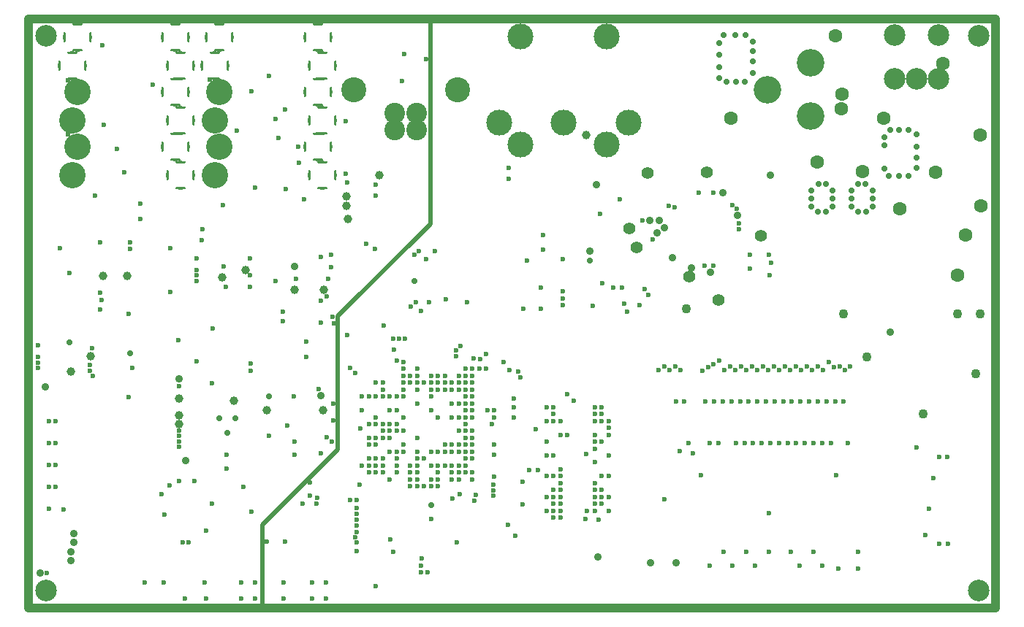
<source format=gbr>
G04 Layer_Physical_Order=2*
G04 Layer_Color=32768*
%FSLAX45Y45*%
%MOMM*%
%TF.FileFunction,Copper,L2,Inr,Plane*%
%TF.Part,Single*%
G01*
G75*
%TA.AperFunction,ViaPad*%
%ADD76C,0.60000*%
%TA.AperFunction,NonConductor*%
%ADD79C,0.50000*%
%ADD80C,1.01600*%
%TA.AperFunction,ViaPad*%
%ADD81C,2.50000*%
%TA.AperFunction,ComponentPad*%
%ADD82C,3.05000*%
G04:AMPARAMS|DCode=83|XSize=3.39mm|YSize=3.39mm|CornerRadius=0mm|HoleSize=0mm|Usage=FLASHONLY|Rotation=0.000|XOffset=0mm|YOffset=0mm|HoleType=Round|Shape=Relief|Width=1.25mm|Gap=0.32mm|Entries=4|*
%AMTHD83*
7,0,0,3.39000,2.75000,1.25000,45*
%
%ADD83THD83*%
%ADD84C,2.90000*%
%ADD85C,2.40000*%
%ADD86C,3.00000*%
%ADD87C,3.20000*%
%ADD88C,2.50000*%
%TA.AperFunction,ViaPad*%
%ADD89C,1.10000*%
%ADD90C,1.00000*%
%ADD91C,0.70000*%
%ADD92C,0.90000*%
%ADD93C,1.60000*%
%ADD94C,1.40000*%
D76*
X6750018Y8419987D02*
D03*
X6670018D02*
D03*
X6590018D02*
D03*
X6510018D02*
D03*
X8646300Y8697202D02*
D03*
X7132500Y10310000D02*
D03*
X7282500D02*
D03*
X7167500Y10910000D02*
D03*
X7352500D02*
D03*
X11220000Y10865530D02*
D03*
X8727963Y7895541D02*
D03*
X8647963D02*
D03*
X9288000Y8935500D02*
D03*
X9207993Y8615492D02*
D03*
X9207963Y8455542D02*
D03*
X7710000Y8900000D02*
D03*
X5410000Y7540000D02*
D03*
X5620000Y7537500D02*
D03*
X5987500Y8047500D02*
D03*
X6370000Y8020000D02*
D03*
X6450000D02*
D03*
X6450000Y7930000D02*
D03*
X5985000Y7977500D02*
D03*
X5910000Y8070000D02*
D03*
X6480000Y8200000D02*
D03*
X8271400Y9191900D02*
D03*
X8525000Y8842500D02*
D03*
X8015000Y8900000D02*
D03*
X8449208Y8366661D02*
D03*
X8550736D02*
D03*
X6590000Y9220000D02*
D03*
X6510000D02*
D03*
X9247982Y7790482D02*
D03*
X9208003Y7895541D02*
D03*
X9098003Y7798041D02*
D03*
X9118003Y7895541D02*
D03*
X8197500Y7731671D02*
D03*
X8648002Y9095500D02*
D03*
X9207961Y8215502D02*
D03*
X8807963Y8215541D02*
D03*
X9207961Y7975501D02*
D03*
X9287961D02*
D03*
X9288000Y8695499D02*
D03*
X8728002Y8535499D02*
D03*
X7790000Y8820015D02*
D03*
X8042726Y8540057D02*
D03*
X7789984Y8740016D02*
D03*
X8042800Y8660000D02*
D03*
X8807963Y7815541D02*
D03*
X11230500Y10628000D02*
D03*
X9270000Y11340000D02*
D03*
X5270000Y11640000D02*
D03*
X10010000Y8030000D02*
D03*
X9419981Y10479979D02*
D03*
X6760000Y10040000D02*
D03*
X6870000Y9890000D02*
D03*
X8610000Y11090000D02*
D03*
Y10920000D02*
D03*
X8420000Y10800000D02*
D03*
X6030000Y8560000D02*
D03*
X6490000Y8850000D02*
D03*
X6430000Y9490000D02*
D03*
X6370000Y9550000D02*
D03*
X6830000Y8260000D02*
D03*
X6910000Y8340000D02*
D03*
X6830000Y8740000D02*
D03*
X6590000Y8740000D02*
D03*
X6830000Y8820000D02*
D03*
X5214839Y10495000D02*
D03*
X8373000Y7970500D02*
D03*
X7629999Y8820000D02*
D03*
X9287961Y8295502D02*
D03*
X8807960Y8775542D02*
D03*
X4380000Y9870000D02*
D03*
X4780000Y10010000D02*
D03*
X5220000Y9520000D02*
D03*
Y9600000D02*
D03*
X6010000Y9310000D02*
D03*
X5840000Y11510000D02*
D03*
X10708000Y9530000D02*
D03*
X10454000Y9520000D02*
D03*
X10517500Y9562000D02*
D03*
X10581000Y9590000D02*
D03*
X10644500Y9632000D02*
D03*
X7950000Y9710000D02*
D03*
X7800000Y9660000D02*
D03*
X7710000Y9540000D02*
D03*
X5600000Y6880000D02*
D03*
X6090000D02*
D03*
X5930000D02*
D03*
X5270000D02*
D03*
X5110000D02*
D03*
X4700000Y6880000D02*
D03*
X4460000Y6880000D02*
D03*
X7790019Y9380018D02*
D03*
X7949986Y9539981D02*
D03*
X7710001Y8500000D02*
D03*
Y8420000D02*
D03*
X7790000Y8980000D02*
D03*
X7710001D02*
D03*
Y9060000D02*
D03*
X7790000D02*
D03*
X8372988Y8226961D02*
D03*
X9288000Y9015500D02*
D03*
X9208000Y8775500D02*
D03*
Y8695499D02*
D03*
X9287961Y8135502D02*
D03*
X9207961Y8055502D02*
D03*
X9287961D02*
D03*
X9367961D02*
D03*
Y7895501D02*
D03*
X8807963Y7895541D02*
D03*
X8727963Y7975541D02*
D03*
X8647963Y8055541D02*
D03*
X8727963D02*
D03*
X8807963Y8135541D02*
D03*
X8727963D02*
D03*
X8807963Y8055541D02*
D03*
X8647963Y8295541D02*
D03*
X8727963D02*
D03*
X8887960Y8775500D02*
D03*
X8648002Y8935500D02*
D03*
X8728002Y9015500D02*
D03*
X8808002Y8935500D02*
D03*
X8648002Y8535499D02*
D03*
X8807963Y7975541D02*
D03*
X8042800Y8290500D02*
D03*
X8271401Y8976166D02*
D03*
X8728002Y8935500D02*
D03*
X8286199Y7604661D02*
D03*
X8042765Y8979899D02*
D03*
X9208000Y9095500D02*
D03*
X9288000D02*
D03*
X8271375Y9095540D02*
D03*
X9368000Y8535499D02*
D03*
Y8775500D02*
D03*
X7709986Y9219982D02*
D03*
X7790000Y9220000D02*
D03*
Y8500000D02*
D03*
X7710000Y8580000D02*
D03*
X7789986Y9139982D02*
D03*
X7710000Y9300000D02*
D03*
X7790000Y8580000D02*
D03*
X6749988Y8819982D02*
D03*
X7229987Y8499983D02*
D03*
X7470000Y8580000D02*
D03*
X6990000Y8660000D02*
D03*
X7710000Y8820000D02*
D03*
X7310000Y8420000D02*
D03*
X7469986Y9459981D02*
D03*
X7630000Y8420000D02*
D03*
X6990000Y8820000D02*
D03*
X7150000Y8740000D02*
D03*
X7469983Y8659983D02*
D03*
X7630000Y8260000D02*
D03*
X7709986Y9459981D02*
D03*
X7389986Y8579983D02*
D03*
X6910000Y8420000D02*
D03*
X7790000Y8340000D02*
D03*
X6830000Y8580000D02*
D03*
Y9060000D02*
D03*
X6990000Y9300000D02*
D03*
X7150000Y8500000D02*
D03*
Y9300000D02*
D03*
X7390000D02*
D03*
X7470000D02*
D03*
X7549981Y9299981D02*
D03*
X7630000Y9300000D02*
D03*
X7709986Y9139982D02*
D03*
X7069987Y8259983D02*
D03*
Y8419983D02*
D03*
X7390000Y8420000D02*
D03*
X7710000Y8340000D02*
D03*
X7470000Y8420000D02*
D03*
X6589988Y8339987D02*
D03*
X7150000Y8340000D02*
D03*
X7550000Y8260000D02*
D03*
X6670000Y9220000D02*
D03*
X6910000Y8500000D02*
D03*
X6909987Y8899982D02*
D03*
X7310000Y9300000D02*
D03*
X7630000Y8340000D02*
D03*
X6669988Y8339987D02*
D03*
X7630000Y8980000D02*
D03*
X7789986Y9299981D02*
D03*
X7150000Y8420000D02*
D03*
X6989987Y8979982D02*
D03*
X6910000Y9060000D02*
D03*
X7309987Y9219982D02*
D03*
X6830000Y8900000D02*
D03*
X6990000Y8580000D02*
D03*
X7630000Y9140000D02*
D03*
X7629986Y8579983D02*
D03*
X7710000Y8660000D02*
D03*
X6910000Y8580000D02*
D03*
Y8819999D02*
D03*
X7150000Y8580000D02*
D03*
X7310000Y9060000D02*
D03*
X7150000Y9140000D02*
D03*
X7549986Y8659983D02*
D03*
X7390000Y8980000D02*
D03*
X7550000D02*
D03*
Y8420000D02*
D03*
Y8580000D02*
D03*
Y9140000D02*
D03*
X7630000Y8660000D02*
D03*
X7710000Y8740000D02*
D03*
X7790000Y8260000D02*
D03*
X7550000Y8340000D02*
D03*
X7150017Y8179987D02*
D03*
X7389987Y8179983D02*
D03*
X7310017Y8179987D02*
D03*
X7230017D02*
D03*
X7070017D02*
D03*
X7555000Y8040000D02*
D03*
X6840000Y7560000D02*
D03*
X7389987Y8259983D02*
D03*
X7310017Y8259957D02*
D03*
X7390000Y8340000D02*
D03*
X6870000Y7420000D02*
D03*
X7149987Y8259983D02*
D03*
X6450000Y7430000D02*
D03*
X4280000Y8190000D02*
D03*
X4770000Y7980000D02*
D03*
X4940000Y8380000D02*
D03*
X4390000Y9340000D02*
D03*
X6340000Y11700000D02*
D03*
X10480000Y10740000D02*
D03*
X4430000Y7530000D02*
D03*
X4500000D02*
D03*
X4910000Y10730000D02*
D03*
X4930000Y10490000D02*
D03*
X4590000Y10690000D02*
D03*
X5590000Y10090000D02*
D03*
Y10205999D02*
D03*
X6150000Y10860000D02*
D03*
X6100000Y10380000D02*
D03*
X5745480Y10586999D02*
D03*
X6190000Y10068999D02*
D03*
X3355019Y9585019D02*
D03*
X3390000Y9460000D02*
D03*
X6320000Y12415000D02*
D03*
Y11800000D02*
D03*
X6120000Y10586999D02*
D03*
X5214839Y10820000D02*
D03*
X6670000Y11550000D02*
D03*
Y11677000D02*
D03*
X2760000Y9680000D02*
D03*
Y9550000D02*
D03*
Y9615000D02*
D03*
Y9810000D02*
D03*
X3479999Y10423000D02*
D03*
X3760000Y11820000D02*
D03*
X3010000Y10940000D02*
D03*
X4290000Y10430000D02*
D03*
X3940000Y11460000D02*
D03*
X3500000Y13289999D02*
D03*
X3670000Y12090000D02*
D03*
X4090000Y12839999D02*
D03*
X3520000Y12370000D02*
D03*
X3100000Y12889999D02*
D03*
X3819999Y11010000D02*
D03*
X8206959Y11745000D02*
D03*
Y11875000D02*
D03*
X10640000Y8680000D02*
D03*
X4589999Y10820000D02*
D03*
Y10560000D02*
D03*
X5214839Y10625000D02*
D03*
X4750000Y12900000D02*
D03*
X5430000Y12939999D02*
D03*
X5620000Y12550000D02*
D03*
X5770000Y12120000D02*
D03*
X5060000Y12300000D02*
D03*
X5540000Y12220000D02*
D03*
X5630000Y11630000D02*
D03*
X3420000Y11550000D02*
D03*
X4900000Y11440000D02*
D03*
X6030000Y10840999D02*
D03*
Y10078999D02*
D03*
X6669988Y8979982D02*
D03*
X7309987Y8579983D02*
D03*
X6750000Y8500000D02*
D03*
X7789982Y9459981D02*
D03*
X4589999Y10625000D02*
D03*
X2860000Y7170000D02*
D03*
X3940000Y11280000D02*
D03*
X4210000Y7060000D02*
D03*
X3990000D02*
D03*
X2880000Y8676000D02*
D03*
X2960000Y8168000D02*
D03*
X2880000D02*
D03*
Y7914000D02*
D03*
X5110000Y7060000D02*
D03*
X5930000D02*
D03*
X6090000D02*
D03*
X5600000D02*
D03*
X5270000D02*
D03*
X3360000Y9520000D02*
D03*
X5510000Y10560000D02*
D03*
X6750000Y8899999D02*
D03*
X6589970Y8900000D02*
D03*
X5510000Y12440000D02*
D03*
X7000000Y13189999D02*
D03*
X7250000Y13130000D02*
D03*
X5780000Y11930000D02*
D03*
X6970000Y12880000D02*
D03*
X6170000Y10140000D02*
D03*
X6030000Y10332999D02*
D03*
X6150000Y10720000D02*
D03*
X6590001Y8500000D02*
D03*
X6670001D02*
D03*
X6450000Y7790000D02*
D03*
Y7860000D02*
D03*
Y7720000D02*
D03*
X6670000Y8900000D02*
D03*
X4390000Y8820000D02*
D03*
Y8760000D02*
D03*
Y8700000D02*
D03*
Y8640000D02*
D03*
X6660000Y10930000D02*
D03*
X6560000Y10990000D02*
D03*
X2960000Y8930000D02*
D03*
X2880000D02*
D03*
X2960000Y8676000D02*
D03*
X3810000Y9210000D02*
D03*
X3850000Y9550000D02*
D03*
X4940000Y8540000D02*
D03*
X4590000Y9630000D02*
D03*
X6450000Y7650000D02*
D03*
X6430000Y7590000D02*
D03*
X5730000Y8700000D02*
D03*
Y8540000D02*
D03*
X5820000Y7980000D02*
D03*
X4220000Y7850000D02*
D03*
X6180000Y9140000D02*
D03*
X5860000Y9860000D02*
D03*
Y9680000D02*
D03*
X5721000Y9224000D02*
D03*
X5640000Y8880000D02*
D03*
X4570000Y8240000D02*
D03*
X4190000Y8090000D02*
D03*
X4390000Y8240000D02*
D03*
X5140000Y8170000D02*
D03*
X5428740Y8760000D02*
D03*
X10410000Y11580000D02*
D03*
X10135000Y11417500D02*
D03*
X10065000Y11430000D02*
D03*
X9760000Y11260000D02*
D03*
X10880000Y11160000D02*
D03*
X10880000Y11230000D02*
D03*
X10797500Y11440000D02*
D03*
X10850000Y11400000D02*
D03*
X10580000Y11580000D02*
D03*
X10940000Y8680000D02*
D03*
X7190000Y7260000D02*
D03*
X7190000Y7180000D02*
D03*
X7200000Y7340000D02*
D03*
X7270000Y7180000D02*
D03*
X2880000Y8422000D02*
D03*
X2960000D02*
D03*
X3050000Y7910000D02*
D03*
X6450000Y7530000D02*
D03*
X7642500Y8090000D02*
D03*
X10771500Y9572000D02*
D03*
X10898500D02*
D03*
X11025500D02*
D03*
X11152500D02*
D03*
X11279500D02*
D03*
X11406500D02*
D03*
X11533500D02*
D03*
X11660500D02*
D03*
X11787500D02*
D03*
X11914500Y9622000D02*
D03*
X12041500Y9572000D02*
D03*
X10590000Y9160001D02*
D03*
X10840000Y8680000D02*
D03*
X11140000D02*
D03*
X11040000D02*
D03*
X11940000D02*
D03*
X11440000D02*
D03*
X12140000D02*
D03*
X10790000Y9160001D02*
D03*
X11090000D02*
D03*
X10990000D02*
D03*
X10890000D02*
D03*
X11590000Y9160001D02*
D03*
X11790000Y9160001D02*
D03*
X11690000D02*
D03*
X11990000D02*
D03*
X11890000Y9160001D02*
D03*
X12090000Y9160001D02*
D03*
X10490000D02*
D03*
X10540000Y8680000D02*
D03*
X10835000Y9530000D02*
D03*
X11216000D02*
D03*
X11343000D02*
D03*
X11089000D02*
D03*
X10962000D02*
D03*
X11724000D02*
D03*
X11851000D02*
D03*
X11597000D02*
D03*
X12105000D02*
D03*
X11978000Y9560000D02*
D03*
X10073000Y9530000D02*
D03*
X9946000D02*
D03*
X10200000D02*
D03*
X10136500Y9572000D02*
D03*
X10009500D02*
D03*
X11470000Y9530000D02*
D03*
X7870000Y9540000D02*
D03*
X7790000D02*
D03*
X7880000Y9650000D02*
D03*
X12163500Y9572000D02*
D03*
X7629981Y9459981D02*
D03*
X10690000Y9160001D02*
D03*
X7310000Y9460000D02*
D03*
X7389986Y9459981D02*
D03*
X7230000Y9380000D02*
D03*
X7390014Y9379981D02*
D03*
X7470014D02*
D03*
X7550014D02*
D03*
X7310014D02*
D03*
X7710014D02*
D03*
X7630000Y9380000D02*
D03*
X8959712Y9174605D02*
D03*
X7189985Y10209980D02*
D03*
X7077500Y10260000D02*
D03*
X7119980Y10860020D02*
D03*
X7249965Y10810000D02*
D03*
X8840000Y10360001D02*
D03*
Y10810000D02*
D03*
X8840000Y10280000D02*
D03*
X8580000Y10240000D02*
D03*
X6940000Y9890000D02*
D03*
X7010000D02*
D03*
X8840000Y10440000D02*
D03*
X8580000Y10480000D02*
D03*
X7480000Y10350000D02*
D03*
X7730000Y10310000D02*
D03*
X11840000Y8680000D02*
D03*
X11740000D02*
D03*
X11640000D02*
D03*
X11390000Y9160001D02*
D03*
X11490000Y9160001D02*
D03*
X11540000Y8680000D02*
D03*
X11290000Y9160001D02*
D03*
X11190000Y9160001D02*
D03*
X11240000Y8680000D02*
D03*
X11340000D02*
D03*
X10699734Y7420000D02*
D03*
X10960000Y7420000D02*
D03*
X11220000D02*
D03*
X11480000D02*
D03*
X11740000D02*
D03*
X12260000D02*
D03*
X11220000Y7870000D02*
D03*
X12000000Y8310000D02*
D03*
X10440000D02*
D03*
X10539735Y7259735D02*
D03*
X10800000Y7260456D02*
D03*
X11060000Y7259735D02*
D03*
X11579733D02*
D03*
X11839733Y7259735D02*
D03*
X12029732Y7219735D02*
D03*
X12259735Y7219735D02*
D03*
X6180000Y8940000D02*
D03*
X8150000Y9620000D02*
D03*
X8380000Y10240000D02*
D03*
X6100000Y8750000D02*
D03*
X9520000Y10480000D02*
D03*
X13200000Y8520000D02*
D03*
X12930000Y8630000D02*
D03*
X10340000Y8560000D02*
D03*
X10290000Y8680000D02*
D03*
X10190000Y8590000D02*
D03*
X13035001Y7615000D02*
D03*
X13289999Y8520000D02*
D03*
X13130000Y8270000D02*
D03*
X13200000Y7510000D02*
D03*
X13300000D02*
D03*
X10150000Y9160000D02*
D03*
X10240000Y9160001D02*
D03*
X11000000Y10860000D02*
D03*
X9780000Y10470000D02*
D03*
X11250000Y10770000D02*
D03*
X11000000Y10700000D02*
D03*
X9880000Y11040000D02*
D03*
X10580000Y10740000D02*
D03*
X13080000Y7920000D02*
D03*
X6670000Y7020000D02*
D03*
X9497500Y11505000D02*
D03*
X6590000Y8659999D02*
D03*
X6670000Y8660000D02*
D03*
X6670001Y8740000D02*
D03*
X6750000Y8740000D02*
D03*
X7610000Y7527500D02*
D03*
X5230000Y12760000D02*
D03*
X4290000Y10940000D02*
D03*
X3819999Y10931000D02*
D03*
X3479999Y10230000D02*
D03*
X3384840Y9780000D02*
D03*
X4650000Y11030000D02*
D03*
X3810000Y10180000D02*
D03*
X3479999Y11010000D02*
D03*
X3100000Y12260000D02*
D03*
X6160000Y8700000D02*
D03*
X5230000Y7880000D02*
D03*
X4690000Y7060000D02*
D03*
X4700000Y7660000D02*
D03*
X8888100Y9245400D02*
D03*
X8035000Y8070000D02*
D03*
X9107521Y8555019D02*
D03*
X6749988Y8339987D02*
D03*
X7070001Y8340000D02*
D03*
X9207961Y8135502D02*
D03*
X8808002Y8295541D02*
D03*
Y8375542D02*
D03*
X7790000Y8660000D02*
D03*
X9367961Y8295502D02*
D03*
X5910000Y8220000D02*
D03*
X6990000Y9220000D02*
D03*
X6750000Y9380000D02*
D03*
X6670000D02*
D03*
X6749988Y9299981D02*
D03*
X6750000Y9220000D02*
D03*
X6910000Y9220000D02*
D03*
X6830000Y9220000D02*
D03*
X6510000Y9060000D02*
D03*
X6340000Y9932500D02*
D03*
X6910000Y9635000D02*
D03*
X6990000Y9620000D02*
D03*
X7150000Y9540000D02*
D03*
X6990000D02*
D03*
X7150000Y9460000D02*
D03*
X7070000D02*
D03*
X6990000D02*
D03*
X7150000Y9380000D02*
D03*
X7069987Y9379981D02*
D03*
X6989987D02*
D03*
X6879188Y9761688D02*
D03*
X7311866Y7795634D02*
D03*
X9290000Y10536250D02*
D03*
X9181700Y10269200D02*
D03*
X9545000Y10292500D02*
D03*
X9824188Y10399188D02*
D03*
X9721230Y10281270D02*
D03*
X8220000Y9527500D02*
D03*
X9580000Y10207500D02*
D03*
X9368000Y8855500D02*
D03*
X8728002Y9095500D02*
D03*
X9368000Y8935500D02*
D03*
X8322500Y9510000D02*
D03*
X7966601Y9060016D02*
D03*
X8042801D02*
D03*
X8032900Y8193800D02*
D03*
X8032700Y8130300D02*
D03*
X8342500Y9442500D02*
D03*
X7830000Y8080000D02*
D03*
X7600000Y9756790D02*
D03*
X7600370Y9682973D02*
D03*
X7650000Y9805000D02*
D03*
X7815381Y8014619D02*
D03*
X9207961Y9015500D02*
D03*
X9208000Y8935500D02*
D03*
X8727963Y7815541D02*
D03*
X4662500Y11162500D02*
D03*
X4770000Y9370000D02*
D03*
X3120000Y10650000D02*
D03*
X3492500Y10335000D02*
D03*
D79*
X4840000Y6780000D02*
X4900000D01*
X5360000Y6770000D02*
Y7730000D01*
X6230000Y8600000D01*
Y10150000D01*
X7300000Y11220000D01*
Y13600000D01*
X4980000Y6770000D02*
X5360000D01*
D80*
X2650000Y6770000D02*
Y13599998D01*
X13850000D01*
Y6770000D02*
Y13599998D01*
X2650000Y6770000D02*
X13850000Y6770000D01*
D81*
X2849999Y13400000D02*
D03*
X13650000D02*
D03*
X13650000Y6969999D02*
D03*
X2849999D02*
D03*
D82*
X3157499Y11790001D02*
D03*
Y12425001D02*
D03*
X3212500Y12750001D02*
D03*
Y12115001D02*
D03*
X4802500Y11790001D02*
D03*
Y12425001D02*
D03*
X4857500Y12750001D02*
D03*
Y12115001D02*
D03*
D83*
X3157499Y13060001D02*
D03*
X3212500Y13385001D02*
D03*
X4352499Y12115001D02*
D03*
Y12750001D02*
D03*
Y13385001D02*
D03*
X4407499Y11790001D02*
D03*
Y12425001D02*
D03*
Y13060001D02*
D03*
X4802500D02*
D03*
X4857500Y13385001D02*
D03*
X5997500Y12115001D02*
D03*
Y12750001D02*
D03*
Y13385001D02*
D03*
X6052500Y11790001D02*
D03*
Y12425001D02*
D03*
Y13060001D02*
D03*
D84*
X7617501Y12780001D02*
D03*
X6413502D02*
D03*
D85*
X6890501Y12509001D02*
D03*
X7140501D02*
D03*
X6890501Y12309001D02*
D03*
X7140501D02*
D03*
D86*
X8347501Y13395001D02*
D03*
X9347501D02*
D03*
Y12145001D02*
D03*
X8347501D02*
D03*
X8097501Y12395001D02*
D03*
X9597501D02*
D03*
X8847501D02*
D03*
D87*
X11204300Y12779100D02*
D03*
X11704300Y12469100D02*
D03*
Y13089101D02*
D03*
D88*
X13184302Y13409099D02*
D03*
X12930302Y12901099D02*
D03*
X12676302D02*
D03*
Y13409099D02*
D03*
X13184302Y12901099D02*
D03*
D89*
X13010001Y9015000D02*
D03*
X13623000Y9480000D02*
D03*
X13410001Y10180000D02*
D03*
X13670000D02*
D03*
X10270000Y10240000D02*
D03*
X12090000Y10180000D02*
D03*
X12359000Y9680000D02*
D03*
D90*
X3140000Y9512500D02*
D03*
X9110000Y12250000D02*
D03*
X5730001Y10459999D02*
D03*
X4890000Y10600000D02*
D03*
X5160000Y10690000D02*
D03*
X6330000Y11430000D02*
D03*
X6070000Y10459999D02*
D03*
X3370000Y9690000D02*
D03*
X4390000Y8900000D02*
D03*
X5030000Y9170000D02*
D03*
X5410000Y9060000D02*
D03*
X6060000D02*
D03*
X4390000Y9000000D02*
D03*
Y9200000D02*
D03*
X6710000Y11790000D02*
D03*
X6350000Y11280000D02*
D03*
X6330000Y11540000D02*
D03*
X3790000Y10620000D02*
D03*
X3509999Y10620000D02*
D03*
D91*
X12427500Y11420000D02*
D03*
Y11520000D02*
D03*
Y11610000D02*
D03*
X12342500Y11685000D02*
D03*
X12260000D02*
D03*
X12182500Y11610000D02*
D03*
Y11520000D02*
D03*
X12260000Y11360000D02*
D03*
X12350000D02*
D03*
X12182500Y11420000D02*
D03*
X11957500D02*
D03*
X9150000Y10800000D02*
D03*
X7310000Y7960000D02*
D03*
X12560000Y12230000D02*
D03*
Y11860000D02*
D03*
Y12130000D02*
D03*
X12930000Y12120000D02*
D03*
Y11990000D02*
D03*
Y11870000D02*
D03*
Y12260000D02*
D03*
X12839999Y12310000D02*
D03*
X12730000D02*
D03*
X12630000D02*
D03*
X12730000Y11780000D02*
D03*
X12610000D02*
D03*
X12839999D02*
D03*
X10940000Y12870000D02*
D03*
X10840000D02*
D03*
X10730000D02*
D03*
X10650000Y13180000D02*
D03*
Y13039999D02*
D03*
Y12910001D02*
D03*
X10700000Y13410001D02*
D03*
X10830000D02*
D03*
X10950000D02*
D03*
X11040000Y13339999D02*
D03*
Y13230000D02*
D03*
Y13110001D02*
D03*
Y12970000D02*
D03*
X11790000Y11360000D02*
D03*
X11880000D02*
D03*
X11957500Y11520000D02*
D03*
Y11610000D02*
D03*
X11880000Y11685000D02*
D03*
X11797500D02*
D03*
X11712500Y11610000D02*
D03*
Y11520000D02*
D03*
Y11420000D02*
D03*
X4860000Y8970000D02*
D03*
X5040000D02*
D03*
X3820000Y9720000D02*
D03*
X5430000Y9224000D02*
D03*
X4950000Y8800000D02*
D03*
X10650000Y13320000D02*
D03*
X7120000Y10560000D02*
D03*
X3120000Y9850000D02*
D03*
D92*
X9240000Y7360000D02*
D03*
X9150000Y10910000D02*
D03*
X9850000Y7290000D02*
D03*
X10150000D02*
D03*
X5730000Y10730000D02*
D03*
X4470000Y8480000D02*
D03*
X2780000Y7172000D02*
D03*
X3140000Y7320000D02*
D03*
Y7420000D02*
D03*
X3170000Y7530000D02*
D03*
Y7630000D02*
D03*
X9840000Y11260000D02*
D03*
X10010000Y11180000D02*
D03*
X9950000Y11260000D02*
D03*
X10860000Y11320000D02*
D03*
X10690000Y11580000D02*
D03*
X11240000Y11790000D02*
D03*
X9930000Y11120000D02*
D03*
X6030000Y9230000D02*
D03*
X12630000Y9970000D02*
D03*
X10110000Y10830000D02*
D03*
X10330000Y10710000D02*
D03*
X10550000Y10660000D02*
D03*
X9222500Y11672500D02*
D03*
X4390000Y9422501D02*
D03*
X2840000Y9330000D02*
D03*
D93*
X12310000Y11830000D02*
D03*
X13410001Y10630000D02*
D03*
X13680000Y11430000D02*
D03*
X13500000Y11095000D02*
D03*
X11990000Y13400000D02*
D03*
X13150000Y11820000D02*
D03*
X13239999Y13080000D02*
D03*
X12740000Y11400000D02*
D03*
X12550000Y12450000D02*
D03*
X13670000Y12250000D02*
D03*
X10780000Y12450000D02*
D03*
X12060000Y12560000D02*
D03*
X12070000Y12730000D02*
D03*
X11780000Y11940000D02*
D03*
D94*
X9820000Y11810000D02*
D03*
X10640000Y10340000D02*
D03*
X11130000Y11080000D02*
D03*
X10500000Y11820000D02*
D03*
X9690000Y10950000D02*
D03*
X9610000Y11170000D02*
D03*
X10300000Y10610000D02*
D03*
%TF.MD5,1fd0a3c94592b6ee7524a4f6e38f1e23*%
M02*

</source>
